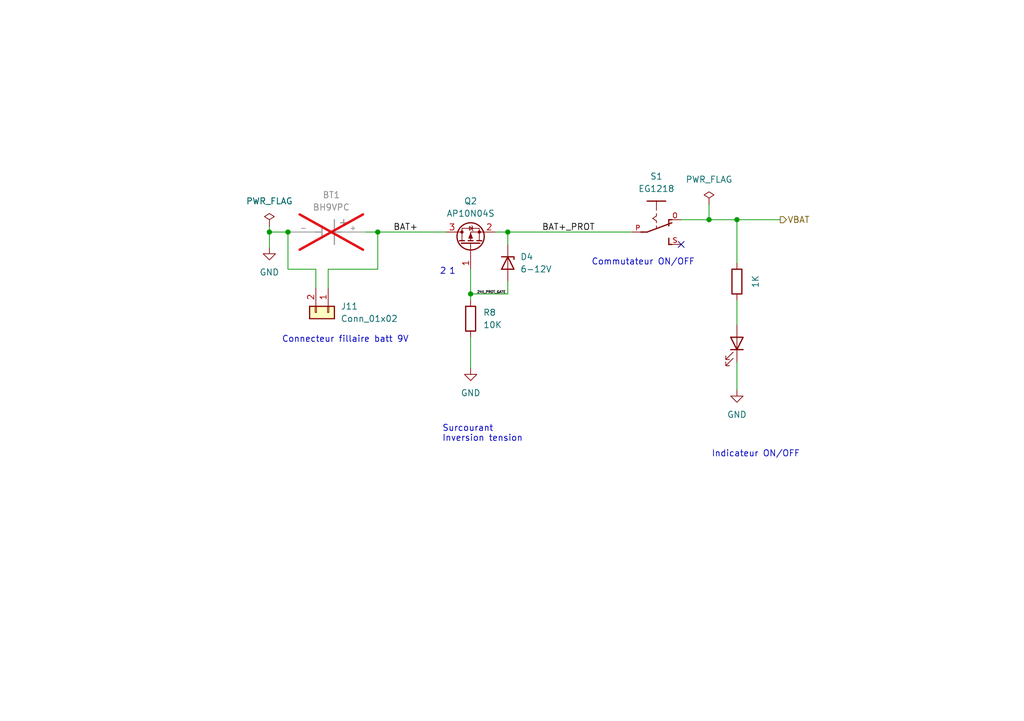
<source format=kicad_sch>
(kicad_sch (version 20250114) (generator "eeschema") (generator_version "9.0")
  (paper "A5")
  (title_block (title "Power supply - batterie 9V") (date "2025-06-05") (rev "1.1") (company "IngRéadapt UL") (comment 1 "Autheur : Marc-Antoine Guay"))
  (lib_symbols
    (symbol "CeintureRespAT:A03401A" (pin_names (hide yes))
      (property "Reference" "Q2" (at 8.89 0 90))
      (property "Value" "AP10N04S" (at 6.35 0 90))
      (symbol "A03401A_0_1"
        (polyline (pts (xy 0.254 1.905) (xy 0.254 -1.905)) (stroke (width 0.254)))
        (polyline (pts (xy 0.254 0) (xy -2.54 0)))
        (polyline (pts (xy 0.762 2.286) (xy 0.762 1.27)) (stroke (width 0.254)))
        (polyline (pts (xy 0.762 1.778) (xy 3.302 1.778) (xy 3.302 -1.778) (xy 0.762 -1.778)))
        (polyline (pts (xy 0.762 0.508) (xy 0.762 -0.508)) (stroke (width 0.254)))
        (polyline (pts (xy 0.762 -1.27) (xy 0.762 -2.286)) (stroke (width 0.254)))
        (circle (center 1.651 0) (radius 2.794) (stroke (width 0.254)))
        (polyline (pts (xy 2.286 0) (xy 1.27 0.381) (xy 1.27 -0.381) (xy 2.286 0)) (fill (type outline)))
        (polyline (pts (xy 2.54 2.54) (xy 2.54 1.778)))
        (circle (center 2.54 1.778) (radius 0.254) (fill (type outline)))
        (circle (center 2.54 -1.778) (radius 0.254) (fill (type outline)))
        (polyline (pts (xy 2.54 -2.54) (xy 2.54 0) (xy 0.762 0)))
        (polyline (pts (xy 2.794 -0.508) (xy 2.921 -0.381) (xy 3.683 -0.381) (xy 3.81 -0.254)))
        (polyline (pts (xy 3.302 -0.381) (xy 2.921 0.254) (xy 3.683 0.254) (xy 3.302 -0.381)))
      )
      (symbol "A03401A_1_1"
        (pin passive line (at -5.08 0 0) (length 2.54) (name "G") (number "1"))
        (pin tri_state line (at 2.54 5.08 270) (length 2.54) (name "D") (number "3"))
        (pin passive line (at 2.54 -5.08 90) (length 2.54) (name "S") (number "2"))
      )
    )
    (symbol "CeintureRespAT:BH9VPC" (pin_names (offset 1.016))
      (property "Reference" "BT" (at -3.81 3.81 0))
      (property "Value" "BH9VPC" (at -3.81 -5.08 0))
      (symbol "BH9VPC_0_0"
        (polyline (pts (xy -3.81 1.905) (xy -2.54 1.905)) (stroke (width 0.254)))
        (polyline (pts (xy -3.175 2.54) (xy -3.175 1.27)) (stroke (width 0.254)))
        (polyline (pts (xy -1.27 2.54) (xy -1.27 0)) (stroke (width 0.254)))
        (polyline (pts (xy -1.27 0) (xy -2.54 0)) (stroke (width 0.254)))
        (polyline (pts (xy -1.27 0) (xy -1.27 -2.54)) (stroke (width 0.254)))
        (polyline (pts (xy 1.27 1.27) (xy 1.27 0)) (stroke (width 0.254)))
        (polyline (pts (xy 1.27 0) (xy 1.27 -1.27)) (stroke (width 0.254)))
        (polyline (pts (xy 1.27 0) (xy 2.54 0)) (stroke (width 0.254)))
        (pin passive line (at -7.62 0 0) (length 5.08) (name "~") (number "+"))
        (pin passive line (at 7.62 0 180) (length 5.08) (name "~") (number "-"))
      )
    )
    (symbol "CeintureRespAT:EG1218" (pin_names (offset 1.016))
      (property "Reference" "S" (at -6.35 -1.905 90))
      (property "Value" "EG1218" (at -3.81 3.175 90))
      (symbol "EG1218_0_0"
        (polyline (pts (xy -3.81 1.905) (xy -3.81 0)) (stroke (width 0.254)))
        (polyline (pts (xy -3.81 0) (xy -3.81 -1.905)) (stroke (width 0.254)))
        (polyline (pts (xy -3.81 0) (xy -1.905 0)) (stroke (width 0.1524)))
        (polyline (pts (xy -1.27 0) (xy -0.762 0)) (stroke (width 0.1524)))
        (polyline (pts (xy -0.762 0) (xy -0.254 -0.762)) (stroke (width 0.1524)))
        (polyline (pts (xy -0.254 -0.762) (xy 0.254 0)) (stroke (width 0.1524)))
        (polyline (pts (xy 0 2.54) (xy 0 3.175)) (stroke (width 0.254)))
        (polyline (pts (xy 0 2.54) (xy 1.27 2.54)) (stroke (width 0.254)))
        (polyline (pts (xy 0.254 0) (xy 0.635 0)) (stroke (width 0.1524)))
        (polyline (pts (xy 1.27 0) (xy 1.905 0)) (stroke (width 0.1524)))
        (polyline (pts (xy 2.54 -1.905) (xy 0.635 3.175)) (stroke (width 0.254)))
        (polyline (pts (xy 2.54 -3.175) (xy 2.54 -1.905)) (stroke (width 0.254)))
        (polyline (pts (xy 3.81 2.54) (xy 5.08 2.54)) (stroke (width 0.254)))
        (polyline (pts (xy 5.08 2.54) (xy 5.08 3.175)) (stroke (width 0.254)))
        (pin passive line (at 0 5.08 270) (length 2.54) (name "~") (number "O"))
        (pin passive line (at 2.54 -5.08 90) (length 2.54) (name "~") (number "P"))
        (pin passive line (at 5.08 5.08 270) (length 2.54) (name "~") (number "S"))
      )
    )
    (symbol "Connector_Generic:Conn_01x02" (pin_names (offset 1.016) (hide yes))
      (property "Reference" "J" (at 0 2.54 0))
      (property "Value" "Conn_01x02" (at 0 -5.08 0))
      (symbol "Conn_01x02_1_1"
        (rectangle (start -1.27 1.27) (end 1.27 -3.81) (stroke (width 0.254)) (fill (type background)))
        (rectangle (start -1.27 0.127) (end 0 -0.127) (stroke (width 0.1524)))
        (rectangle (start -1.27 -2.413) (end 0 -2.667) (stroke (width 0.1524)))
        (pin passive line (at -5.08 0 0) (length 3.81) (name "Pin_1") (number "1"))
        (pin passive line (at -5.08 -2.54 0) (length 3.81) (name "Pin_2") (number "2"))
      )
    )
    (symbol "Device:D_Zener" (pin_numbers (hide yes)) (pin_names (offset 1.016) (hide yes))
      (property "Reference" "D" (at 0 2.54 0))
      (property "Value" "D_Zener" (at 0 -2.54 0))
      (symbol "D_Zener_0_1"
        (polyline (pts (xy -1.27 -1.27) (xy -1.27 1.27) (xy -0.762 1.27)) (stroke (width 0.254)))
        (polyline (pts (xy 1.27 0) (xy -1.27 0)))
        (polyline (pts (xy 1.27 -1.27) (xy 1.27 1.27) (xy -1.27 0) (xy 1.27 -1.27)) (stroke (width 0.254)))
      )
      (symbol "D_Zener_1_1"
        (pin passive line (at -3.81 0 0) (length 2.54) (name "K") (number "1"))
        (pin passive line (at 3.81 0 180) (length 2.54) (name "A") (number "2"))
      )
    )
    (symbol "Device:LED" (pin_numbers (hide yes)) (pin_names (offset 1.016) (hide yes))
      (property "Reference" "D" (at 0 2.54 0))
      (property "Value" "LED" (at 0 -2.54 0))
      (symbol "LED_0_1"
        (polyline (pts (xy -3.048 -0.762) (xy -4.572 -2.286) (xy -3.81 -2.286) (xy -4.572 -2.286) (xy -4.572 -1.524)))
        (polyline (pts (xy -1.778 -0.762) (xy -3.302 -2.286) (xy -2.54 -2.286) (xy -3.302 -2.286) (xy -3.302 -1.524)))
        (polyline (pts (xy -1.27 0) (xy 1.27 0)))
        (polyline (pts (xy -1.27 -1.27) (xy -1.27 1.27)) (stroke (width 0.254)))
        (polyline (pts (xy 1.27 -1.27) (xy 1.27 1.27) (xy -1.27 0) (xy 1.27 -1.27)) (stroke (width 0.254)))
      )
      (symbol "LED_1_1"
        (pin passive line (at -3.81 0 0) (length 2.54) (name "K") (number "1"))
        (pin passive line (at 3.81 0 180) (length 2.54) (name "A") (number "2"))
      )
    )
    (symbol "Device:R" (pin_numbers (hide yes)) (pin_names (offset 0))
      (property "Reference" "R" (at 2.032 0 90))
      (property "Value" "R" (at 0 0 90))
      (symbol "R_0_1"
        (rectangle (start -1.016 -2.54) (end 1.016 2.54) (stroke (width 0.254)))
      )
      (symbol "R_1_1"
        (pin passive line (at 0 3.81 270) (length 1.27) (name "~") (number "1"))
        (pin passive line (at 0 -3.81 90) (length 1.27) (name "~") (number "2"))
      )
    )
    (symbol "power:GND" (power) (pin_names (offset 0))
      (property "Value" "GND" (at 0 -3.81 0))
      (symbol "GND_0_1"
        (polyline (pts (xy 0 0) (xy 0 -1.27) (xy 1.27 -1.27) (xy 0 -2.54) (xy -1.27 -1.27) (xy 0 -1.27)))
      )
      (symbol "GND_1_1"
        (pin power_in line (at 0 0 270) (length 0) (hide yes) (name "GND") (number "1"))
      )
    )
    (symbol "power:PWR_FLAG" (power) (pin_numbers (hide yes)) (pin_names (offset 0) (hide yes))
      (property "Value" "PWR_FLAG" (at 0 3.81 0))
      (symbol "PWR_FLAG_0_0"
        (pin power_out line (at 0 0 90) (length 0) (name "pwr") (number "1"))
      )
      (symbol "PWR_FLAG_0_1"
        (polyline (pts (xy 0 0) (xy 0 1.27) (xy -1.016 1.905) (xy 0 2.54) (xy 1.016 1.905) (xy 0 1.27)))
      )
    )
  )
  (text "1" (at 92.075 56.515 0) (effects (font (size 1.27 1.27)) (justify left bottom)))
  (text "Connecteur fillaire batt 9V" (at 57.785 70.485 0) (effects (font (size 1.27 1.27)) (justify left bottom)))
  (text "Commutateur ON/OFF" (at 121.285 54.61 0) (effects (font (size 1.27 1.27)) (justify left bottom)))
  (text "Indicateur ON/OFF" (at 145.923 93.98 0) (effects (font (size 1.27 1.27)) (justify left bottom)))
  (text "Surcourant\nInversion tension" (at 90.678 90.805 0) (effects (font (size 1.27 1.27)) (justify left bottom)))
  (text "2\n" (at 90.17 56.515 0) (effects (font (size 1.27 1.27)) (justify left bottom)))
  (junction (at 104.14 47.625))
  (junction (at 59.055 47.625))
  (junction (at 77.47 47.625))
  (junction (at 145.415 45.085))
  (junction (at 96.52 60.325))
  (junction (at 55.245 47.625))
  (junction (at 151.13 45.085))
  (no_connect (at 139.7 50.165))
  (wire (pts (xy 104.14 47.625) (xy 104.14 50.165)))
  (wire (pts (xy 59.055 47.625) (xy 55.245 47.625)))
  (wire (pts (xy 74.93 47.625) (xy 77.47 47.625)))
  (wire (pts (xy 151.13 45.085) (xy 151.13 53.975)))
  (wire (pts (xy 96.52 69.215) (xy 96.52 75.565)))
  (wire (pts (xy 145.415 45.085) (xy 151.13 45.085)))
  (wire (pts (xy 55.245 47.625) (xy 55.245 46.355)))
  (wire (pts (xy 139.7 45.085) (xy 145.415 45.085)))
  (wire (pts (xy 67.31 55.245) (xy 77.47 55.245)))
  (wire (pts (xy 151.13 74.295) (xy 151.13 80.01)))
  (wire (pts (xy 96.52 60.325) (xy 96.52 61.595)))
  (wire (pts (xy 77.47 47.625) (xy 91.44 47.625)))
  (wire (pts (xy 96.52 55.245) (xy 96.52 60.325)))
  (wire (pts (xy 67.31 59.055) (xy 67.31 55.245)))
  (wire (pts (xy 77.47 55.245) (xy 77.47 47.625)))
  (wire (pts (xy 59.055 55.245) (xy 64.77 55.245)))
  (wire (pts (xy 55.245 47.625) (xy 55.245 50.8)))
  (wire (pts (xy 104.14 57.785) (xy 104.14 60.325)))
  (wire (pts (xy 151.13 45.085) (xy 160.02 45.085)))
  (wire (pts (xy 59.69 47.625) (xy 59.055 47.625)))
  (wire (pts (xy 64.77 59.055) (xy 64.77 55.245)))
  (wire (pts (xy 145.415 41.91) (xy 145.415 45.085)))
  (wire (pts (xy 59.055 47.625) (xy 59.055 55.245)))
  (wire (pts (xy 104.14 47.625) (xy 129.54 47.625)))
  (wire (pts (xy 96.52 60.325) (xy 104.14 60.325)))
  (wire (pts (xy 101.6 47.625) (xy 104.14 47.625)))
  (wire (pts (xy 151.13 61.595) (xy 151.13 66.675)))
  (label "BAT+_PROT" (at 111.125 47.625 0))
  (label "BAT+" (at 80.645 47.625 0))
  (label "24V_PROT_GATE" (at 97.79 60.325 0) (effects (font (size 0.5 0.5))))
  (hierarchical_label "VBAT" (shape output) (at 160.02 45.085 0))
  (symbol (lib_id "Connector_Generic:Conn_01x02") (at 67.31 64.135 270) (unit 1)
    (property "Reference" "J11" (at 69.85 62.865 90) (effects (justify left)))
    (property "Value" "Conn_01x02" (at 69.85 65.405 90) (effects (justify left)))
    (property "Footprint" "Connector_PinHeader_2.54mm:PinHeader_1x02_P2.54mm_Vertical" (effects (hide yes)))
  )
  (symbol (lib_id "power:GND") (at 96.52 75.565 0) (unit 1)
    (property "Reference" "#PWR039" (effects (hide yes)))
    (property "Value" "GND" (at 96.52 80.645 0))
  )
  (symbol (lib_id "CeintureRespAT:EG1218") (at 134.62 45.085 270) (unit 1)
    (property "Reference" "S1" (at 134.62 36.195 90))
    (property "Value" "EG1218" (at 134.62 38.735 90))
    (property "Footprint" "CentureResp:EG1218" (effects (hide yes)))
    (property "DigiKey" "EG1218" (effects (hide yes)))
  )
  (symbol (lib_id "Device:LED") (at 151.13 70.485 270) (mirror x) (unit 1)
    (property "Reference" "D5" (effects (hide yes)))
    (property "Value" "LED" (effects (hide yes)))
    (property "Footprint" "LED_THT:LED_D3.0mm" (effects (hide yes)))
  )
  (symbol (lib_id "Device:R") (at 151.13 57.785 0) (mirror x) (unit 1)
    (property "Reference" "R9" (effects (hide yes)))
    (property "Value" "1K" (at 154.94 57.785 90))
    (property "Footprint" "Resistor_SMD:R_0603_1608Metric" (effects (hide yes)))
    (property "LCSC" "C21190" (effects (hide yes)))
  )
  (symbol (lib_id "power:PWR_FLAG") (at 55.245 46.355 0) (unit 1)
    (property "Reference" "#FLG03" (effects (hide yes)))
    (property "Value" "PWR_FLAG" (at 55.245 41.275 0))
  )
  (symbol (lib_id "power:GND") (at 55.245 50.8 0) (unit 1)
    (property "Reference" "#PWR038" (effects (hide yes)))
    (property "Value" "GND" (at 55.245 55.88 0))
  )
  (symbol (lib_id "CeintureRespAT:A03401A") (at 96.52 50.165 90) (unit 1)
    (property "Reference" "Q2" (at 96.52 41.275 90))
    (property "Value" "AP10N04S" (at 96.52 43.815 90))
    (property "Footprint" "Package_TO_SOT_SMD:SOT-23" (effects (hide yes)))
    (property "Datasheet" "https://datasheet.lcsc.com/lcsc/2205071516_A-Power-microelectronics-https://datasheet.lcsc.com/lcsc/1810171817_Alpha---Omega-Semicon-AO3401A_C15127.pdf" (effects (hide yes)))
    (property "LCSC" "C15127" (effects (hide yes)))
    (instances (project "Ceinture Respiration" (path "" (reference "Q2") (unit 1))) (project "MotorDriverAT" (path "" (reference "Q1") (unit 1))))
  )
  (symbol (lib_id "power:PWR_FLAG") (at 145.415 41.91 0) (unit 1)
    (property "Reference" "#FLG04" (effects (hide yes)))
    (property "Value" "PWR_FLAG" (at 145.415 36.83 0))
  )
  (symbol (lib_id "power:GND") (at 151.13 80.01 0) (unit 1)
    (property "Reference" "#PWR040" (effects (hide yes)))
    (property "Value" "GND" (at 151.13 85.09 0))
  )
  (symbol (lib_id "Device:D_Zener") (at 104.14 53.975 270) (unit 1)
    (property "Reference" "D4" (at 106.68 52.7049 90) (effects (justify left)))
    (property "Value" "6-12V" (at 106.68 55.2449 90) (effects (justify left)))
    (property "Footprint" "Diode_SMD:D_SOD-323" (effects (hide yes)))
    (property "LCSC" "C2103" (effects (hide yes)))
  )
  (symbol (lib_id "Device:R") (at 96.52 65.405 0) (unit 1)
    (property "Reference" "R8" (at 99.06 64.1349 0) (effects (justify left)))
    (property "Value" "10K" (at 99.06 66.6749 0) (effects (justify left)))
    (property "Footprint" "Resistor_SMD:R_0603_1608Metric" (effects (hide yes)))
    (property "LCSC" "C25804" (effects (hide yes)))
    (instances (project "Ceinture Respiration" (path "" (reference "R8") (unit 1))) (project "MotorDriverAT" (path "" (reference "R6") (unit 1))))
  )
  (symbol (lib_id "CeintureRespAT:BH9VPC") (at 67.31 47.625 0) (mirror y) (unit 1) (in_bom no) (on_board no) (dnp yes)
    (property "Reference" "BT1" (at 67.945 40.005 0))
    (property "Value" "BH9VPC" (at 67.945 42.545 0))
    (property "Footprint" "CentureResp:BAT_BH9VPC" (effects (hide yes)))
    (property "PARTREV" "F" (effects (hide yes)))
    (property "STANDARD" "Manufacturer Recommendations" (effects (hide yes)))
    (property "MAXIMUM_PACKAGE_HEIGHT" "20.62mm" (effects (hide yes)))
    (property "MANUFACTURER" "MPD" (effects (hide yes)))
  )
)
</source>
